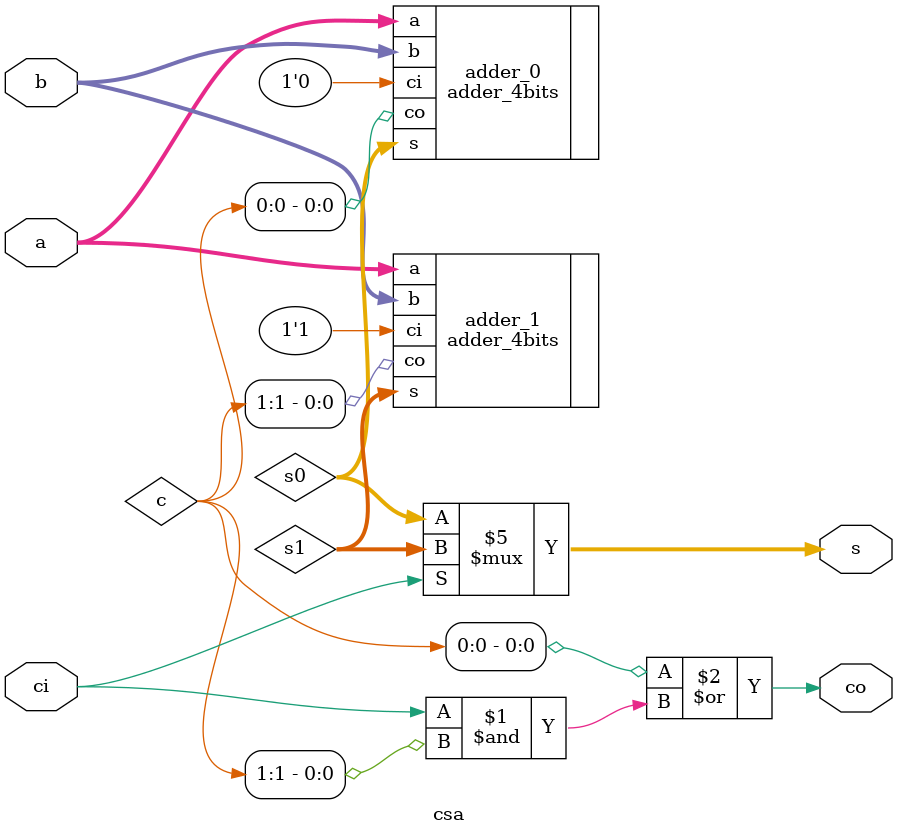
<source format=v>
module csa (
    a,
    b,
    ci,
    s,
    co
);
    input [3:0] a;
    input [3:0] b;
    input ci;
    output reg [3:0] s;
    output co;
    wire [1:0] c;
    wire [3:0] s0;
    wire [3:0] s1;

    adder_4bits adder_1(
        .a(a[3:0]),
        .b(b[3:0]),
        .ci(1'b1),
        .s(s1),
        .co(c[1])
    );

    adder_4bits adder_0(
        .a(a[3:0]),
        .b(b[3:0]),
        .ci(1'b0),
        .s(s0),
        .co(c[0])
    );
    // 进位
    assign co = c[0] | (ci & c[1]);
    // MUX
    always @(*) begin
        if (ci) begin
            s = s1;
        end
        else begin
            s = s0;
        end
    end

endmodule
</source>
